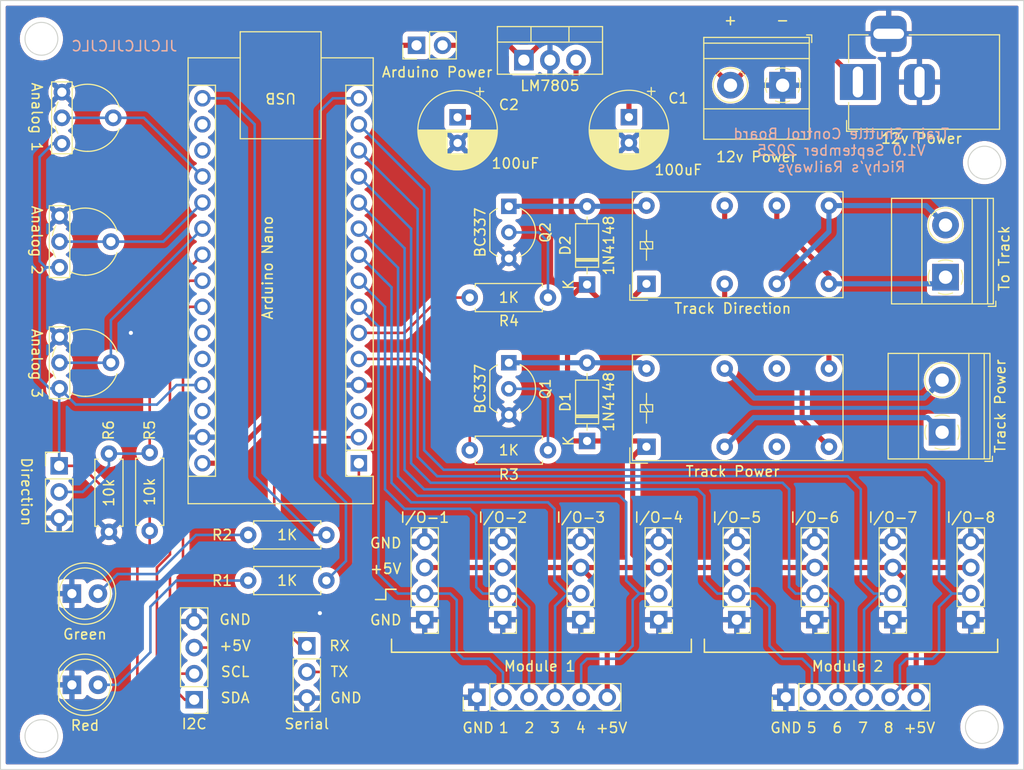
<source format=kicad_pcb>
(kicad_pcb (version 20211014) (generator pcbnew)
  (layers (0 "F.Cu" signal) (31 "B.Cu" signal) (34 "B.Paste" user) (35 "F.Paste" user) (36 "B.SilkS" user "B.Silkscreen") (37 "F.SilkS" user "F.Silkscreen") (38 "B.Mask" user) (39 "F.Mask" user) (44 "Edge.Cuts" user))
  (net 0 "")
  (net 1 "Net-(A1-Pad1)")
  (net 2 "Net-(A1-Pad2)")
  (net 4 "GND")
  (net 5 "Net-(A1-Pad5)")
  (net 6 "Net-(A1-Pad6)")
  (net 7 "Net-(A1-Pad7)")
  (net 8 "Net-(A1-Pad8)")
  (net 9 "Net-(A1-Pad9)")
  (net 10 "Net-(A1-Pad10)")
  (net 11 "Net-(A1-Pad11)")
  (net 12 "Net-(A1-Pad15)")
  (net 13 "Net-(A1-Pad13)")
  (net 14 "Net-(A1-Pad14)")
  (net 15 "Net-(A1-Pad16)")
  (net 16 "Net-(D2-Pad2)")
  (net 19 "Net-(A1-Pad19)")
  (net 20 "Net-(A1-Pad20)")
  (net 21 "Net-(A1-Pad21)")
  (net 22 "Net-(A1-Pad22)")
  (net 23 "Net-(A1-Pad23)")
  (net 24 "Net-(A1-Pad24)")
  (net 27 "Net-(A1-Pad27)")
  (net 29 "Net-(A1-Pad30)")
  (net 30 "Net-(C1-Pad1)")
  (net 31 "VIO")
  (net 32 "Net-(D1-Pad2)")
  (net 33 "Net-(A1-Pad12)")
  (net 34 "Net-(J4-Pad1)")
  (net 35 "Net-(J4-Pad2)")
  (net 36 "Net-(J5-Pad1)")
  (net 37 "Net-(J5-Pad2)")
  (net 39 "Net-(K1-Pad14)")
  (net 41 "Net-(K1-Pad24)")
  (net 42 "Net-(Q1-Pad2)")
  (net 43 "Net-(Q2-Pad2)")
  (net 44 "Net-(LED1-Pad2)")
  (net 45 "Net-(LED2-Pad2)")
  (footprint "Richard:Trimpot_and_Pins" (layer "F.Cu") (at 106.72 90.13)
    (fp_text reference "RV2" hide)
    (fp_text value "Analog 2")
  )
  (footprint "Resistor_THT:R_Axial_DIN0207_L6.3mm_D2.5mm_P7.62mm_Horizontal" (layer "F.Cu") (at 132.715 120.65 180)
    (fp_text reference "R1")
    (fp_text value "1K")
  )
  (footprint "Connector_PinHeader_2.54mm:PinHeader_1x04_P2.54mm_Vertical" (layer "F.Cu") (at 157.498572 124.46 180)
    (fp_text reference "J8" hide)
    (fp_text value "I/O-3")
  )
  (footprint "Connector_PinHeader_2.54mm:PinHeader_1x03_P2.54mm_Vertical" (layer "F.Cu") (at 130.81 127.015)
    (fp_text reference "J3" hide)
    (fp_text value "Serial")
  )
  (footprint "Resistor_THT:R_Axial_DIN0207_L6.3mm_D2.5mm_P7.62mm_Horizontal" (layer "F.Cu") (at 111.53 115.905 90)
    (fp_text reference "R6")
    (fp_text value "10k")
  )
  (footprint "Connector_PinHeader_2.54mm:PinHeader_1x03_P2.54mm_Vertical" (layer "F.Cu") (at 106.68 109.475)
    (fp_text reference "J17" hide)
    (fp_text value "Direction")
  )
  (footprint "Connector_PinHeader_2.54mm:PinHeader_1x04_P2.54mm_Vertical" (layer "F.Cu") (at 172.701428 124.46 180)
    (fp_text reference "J12" hide)
    (fp_text value "I/O-5")
  )
  (footprint "Package_TO_SOT_THT:TO-92_Inline_Wide" (layer "F.Cu") (at 150.495 84.19 -90)
    (fp_text reference "Q2")
    (fp_text value "BC337")
  )
  (footprint "Connector_PinHeader_2.54mm:PinHeader_1x04_P2.54mm_Vertical" (layer "F.Cu") (at 119.835 132.26 180)
    (fp_text reference "J18" hide)
    (fp_text value "I2C")
  )
  (footprint "Connector_PinHeader_2.54mm:PinHeader_1x04_P2.54mm_Vertical" (layer "F.Cu") (at 195.505 124.46 180)
    (fp_text reference "J15" hide)
    (fp_text value "I/O-8")
  )
  (footprint "Diode_THT:D_DO-35_SOD27_P7.62mm_Horizontal" (layer "F.Cu") (at 158.115 91.81 90)
    (fp_text reference "D2")
    (fp_text value "1N4148")
  )
  (footprint "Capacitor_THT:CP_Radial_D7.5mm_P2.50mm" (layer "F.Cu") (at 162.19303 75.5 -90)
    (fp_text reference "C1")
    (fp_text value "100uF")
  )
  (footprint "Resistor_THT:R_Axial_DIN0207_L6.3mm_D2.5mm_P7.62mm_Horizontal" (layer "F.Cu") (at 115.5 108.19 -90)
    (fp_text reference "R5")
    (fp_text value "10k")
  )
  (footprint "Relay_THT:Relay_DPDT_Finder_30.22" (layer "F.Cu") (at 163.9025 91.7375)
    (fp_text reference "K2" hide)
    (fp_text value "Track Direction")
  )
  (footprint "TerminalBlock_Phoenix:TerminalBlock_Phoenix_MKDS-1,5-2-5.08_1x02_P5.08mm_Horizontal" (layer "F.Cu") (at 177.165 72.39 180)
    (fp_text reference "J2" hide)
    (fp_text value "12v Power")
  )
  (footprint "Relay_THT:Relay_DPDT_Finder_30.22" (layer "F.Cu") (at 163.9025 107.6125)
    (fp_text reference "K1" hide)
    (fp_text value "Track Power")
  )
  (footprint "LED_THT:LED_D5.0mm" (layer "F.Cu") (at 107.92 121.92)
    (fp_text reference "LED2" hide)
    (fp_text value "Green")
  )
  (footprint "TerminalBlock_Phoenix:TerminalBlock_Phoenix_MKDS-1,5-2-5.08_1x02_P5.08mm_Horizontal" (layer "F.Cu") (at 192.71 106.2 90)
    (fp_text reference "J4" hide)
    (fp_text value "Track Power")
  )
  (footprint "Resistor_THT:R_Axial_DIN0207_L6.3mm_D2.5mm_P7.62mm_Horizontal" (layer "F.Cu") (at 154.305 93.08 180)
    (fp_text reference "R4")
    (fp_text value "1K")
  )
  (footprint "Resistor_THT:R_Axial_DIN0207_L6.3mm_D2.5mm_P7.62mm_Horizontal" (layer "F.Cu") (at 132.715 116.205 180)
    (fp_text reference "R2")
    (fp_text value "1K")
  )
  (footprint "Diode_THT:D_DO-35_SOD27_P7.62mm_Horizontal" (layer "F.Cu") (at 158.115 107.05 90)
    (fp_text reference "D1")
    (fp_text value "1N4148")
  )
  (footprint "Module:Arduino_Nano" (layer "F.Cu") (at 135.88 109.22 180)
    (fp_text reference locked "A1" hide)
    (fp_text value "Arduino Nano")
  )
  (footprint "Connector_PinHeader_2.54mm:PinHeader_1x06_P2.54mm_Vertical" (layer "F.Cu") (at 177.4825 132.02 90)
    (fp_text reference "J16" hide)
    (fp_text value "Module 2")
  )
  (footprint "Resistor_THT:R_Axial_DIN0207_L6.3mm_D2.5mm_P7.62mm_Horizontal" (layer "F.Cu") (at 154.305 107.95 180)
    (fp_text reference "R3")
    (fp_text value "1K")
  )
  (footprint "Capacitor_THT:CP_Radial_D7.5mm_P2.50mm" (layer "F.Cu") (at 145.5 75.515818 -90)
    (fp_text reference "C2")
    (fp_text value "100uF")
  )
  (footprint "Connector_PinHeader_2.54mm:PinHeader_1x02_P2.54mm_Vertical" (layer "F.Cu") (at 141.5 68.5 90)
    (fp_text reference "J19" hide)
    (fp_text value "Arduino Power")
  )
  (footprint "Package_TO_SOT_THT:TO-220-3_Vertical" (layer "F.Cu") (at 151.96 69.945)
    (fp_text reference "U1" hide)
    (fp_text value "LM7805")
  )
  (footprint "Connector_PinHeader_2.54mm:PinHeader_1x06_P2.54mm_Vertical" (layer "F.Cu") (at 147.38 132.02 90)
    (fp_text reference "J10" hide)
    (fp_text value "Module 1")
  )
  (footprint "Connector_PinHeader_2.54mm:PinHeader_1x04_P2.54mm_Vertical" (layer "F.Cu") (at 149.897144 124.46 180)
    (fp_text reference "J7" hide)
    (fp_text value "I/O-2")
  )
  (footprint "TerminalBlock_Phoenix:TerminalBlock_Phoenix_MKDS-1,5-2-5.08_1x02_P5.08mm_Horizontal" (layer "F.Cu") (at 193.04 91.094006 90)
    (fp_text reference "J5" hide)
    (fp_text value "To Track")
  )
  (footprint "Connector_PinHeader_2.54mm:PinHeader_1x04_P2.54mm_Vertical" (layer "F.Cu") (at 142.295716 124.46 180)
    (fp_text reference "J6" hide)
    (fp_text value "I/O-1")
  )
  (footprint "Richard:Trimpot_and_Pins" (layer "F.Cu") (at 106.945 78.065)
    (fp_text reference "RV1" hide)
    (fp_text value "Analog 1")
  )
  (footprint "Package_TO_SOT_THT:TO-92_Inline_Wide" (layer "F.Cu") (at 150.495 99.43 -90)
    (fp_text reference "Q1")
    (fp_text value "BC337")
  )
  (footprint "Connector_BarrelJack:BarrelJack_Horizontal" (layer "F.Cu") (at 184.5 72.0775 180)
    (fp_text reference "J1" hide)
    (fp_text value "12v Power")
  )
  (footprint "LED_THT:LED_D5.0mm" (layer "F.Cu") (at 107.925 130.81)
    (fp_text reference "LED1" hide)
    (fp_text value "Red")
  )
  (footprint "Connector_PinHeader_2.54mm:PinHeader_1x04_P2.54mm_Vertical" (layer "F.Cu") (at 180.302856 124.46 180)
    (fp_text reference "J13" hide)
    (fp_text value "I/O-6")
  )
  (footprint "Connector_PinHeader_2.54mm:PinHeader_1x04_P2.54mm_Vertical" (layer "F.Cu") (at 187.904284 124.46 180)
    (fp_text reference "J14" hide)
    (fp_text value "I/O-7")
  )
  (footprint "Richard:Trimpot_and_Pins" (layer "F.Cu") (at 106.72 101.93)
    (fp_text reference "RV3" hide)
    (fp_text value "Analog 3")
  )
  (footprint "Connector_PinHeader_2.54mm:PinHeader_1x04_P2.54mm_Vertical" (layer "F.Cu") (at 165.1 124.46 180)
    (fp_text reference "J9" hide)
    (fp_text value "I/O-4")
  )
  (gr_line (start 139.065 126.365) (end 139.065 127.635) (layer "F.SilkS") (width 0.15))
  (gr_line (start 169.545 127.635) (end 198.12 127.635) (layer "F.SilkS") (width 0.15))
  (gr_line (start 137.5 122.5) (end 138.5 122.5) (layer "F.SilkS") (width 0.15))
  (gr_line (start 168.275 127.635) (end 168.275 126.365) (layer "F.SilkS") (width 0.15))
  (gr_line (start 138.5 122.5) (end 138.5 121.5) (layer "F.SilkS") (width 0.15))
  (gr_line (start 169.545 126.365) (end 169.545 127.635) (layer "F.SilkS") (width 0.15))
  (gr_line (start 198.12 127.635) (end 198.12 126.365) (layer "F.SilkS") (width 0.15))
  (gr_line (start 138.5 121.5) (end 139.5 121.5) (layer "F.SilkS") (width 0.15))
  (gr_line (start 139.065 127.635) (end 168.275 127.635) (layer "F.SilkS") (width 0.15))
  (gr_circle (center 196.835 79.93) (end 198.435 79.93) (layer "Edge.Cuts") (width 0.1) (fill none))
  (gr_circle (center 104.95 135.81) (end 106.55 135.81) (layer "Edge.Cuts") (width 0.1) (fill none))
  (gr_circle (center 196.58 134.92) (end 198.18 134.92) (layer "Edge.Cuts") (width 0.1) (fill none))
  (gr_circle (center 104.95 67.865) (end 106.55 67.865) (layer "Edge.Cuts") (width 0.1) (fill none))
  (gr_rect (start 100.965 64.135) (end 200.66 139.065) (layer "Edge.Cuts") (width 0.1) (fill none))
  (gr_text "JLCJLCJLCJLC" (at 113.03 68.58) (layer "B.SilkS") (effects (font (size 1 1)) (justify mirror)))
  (gr_text "Train Shuttle Control Board\nV1.0 September 2025\nRichy's Railways" (at 182.88 78.74) (layer "B.SilkS") (effects (font (size 1 1)) (justify mirror)))
  (gr_text "SCL" (at 123.825 129.54) (layer "F.SilkS") (effects (font (size 1 1))))
  (gr_text "4" (at 157.5 135) (layer "F.SilkS") (effects (font (size 1 1))))
  (gr_text "+5V" (at 160.5 135) (layer "F.SilkS") (effects (font (size 1 1))))
  (gr_text "+" (at 172.085 66.04) (layer "F.SilkS") (effects (font (size 1 1))))
  (gr_text "-" (at 177.165 66.04) (layer "F.SilkS") (effects (font (size 1 1))))
  (gr_text "GND" (at 123.825 124.46) (layer "F.SilkS") (effects (font (size 1 1))))
  (gr_text "+5V" (at 138.5 119.5) (layer "F.SilkS") (effects (font (size 1 1))))
  (gr_text "GND" (at 138.5 117) (layer "F.SilkS") (effects (font (size 1 1))))
  (gr_text "8" (at 187.5 135) (layer "F.SilkS") (effects (font (size 1 1))))
  (gr_text "GND" (at 138.5 124.5) (layer "F.SilkS") (effects (font (size 1 1))))
  (gr_text "+5V" (at 190.5 135) (layer "F.SilkS") (effects (font (size 1 1))))
  (gr_text "6" (at 182.5 135) (layer "F.SilkS") (effects (font (size 1 1))))
  (gr_text "SDA" (at 123.825 132.08) (layer "F.SilkS") (effects (font (size 1 1))))
  (gr_text "RX" (at 133.985 127.015) (layer "F.SilkS") (effects (font (size 1 1))))
  (gr_text "+5V" (at 123.825 127) (layer "F.SilkS") (effects (font (size 1 1))))
  (gr_text "3" (at 155 135) (layer "F.SilkS") (effects (font (size 1 1))))
  (gr_text "2" (at 152.5 135) (layer "F.SilkS") (effects (font (size 1 1))))
  (gr_text "5" (at 180 135) (layer "F.SilkS") (effects (font (size 1 1))))
  (gr_text "1" (at 150 135) (layer "F.SilkS") (effects (font (size 1 1))))
  (gr_text "GND" (at 134.62 132.08) (layer "F.SilkS") (effects (font (size 1 1))))
  (gr_text "7" (at 185 135) (layer "F.SilkS") (effects (font (size 1 1))))
  (gr_text "GND" (at 177.5 135) (layer "F.SilkS") (effects (font (size 1 1))))
  (gr_text "TX" (at 133.985 129.54) (layer "F.SilkS") (effects (font (size 1 1))))
  (gr_text "GND" (at 147.5 135) (layer "F.SilkS") (effects (font (size 1 1))))
  (segment (start 135.88 127.01) (end 135.88 109.22) (width 0.25) (layer "F.Cu") (net 1))
  (segment (start 130.81 129.555) (end 133.335 129.555) (width 0.25) (layer "F.Cu") (net 1))
  (segment (start 133.335 129.555) (end 135.88 127.01) (width 0.25) (layer "F.Cu") (net 1))
  (segment (start 130.81 127.015) (end 130.19 127.015) (width 0.25) (layer "F.Cu") (net 2))
  (segment (start 130.19 127.015) (end 127.635 124.46) (width 0.25) (layer "F.Cu") (net 2))
  (segment (start 127.635 124.46) (end 127.635 109.22) (width 0.25) (layer "F.Cu") (net 2))
  (segment (start 127.635 109.22) (end 130.175 106.68) (width 0.25) (layer "F.Cu") (net 2))
  (segment (start 130.175 106.68) (end 135.88 106.68) (width 0.25) (layer "F.Cu") (net 2))
  (via (at 132.08 123.825) (size 0.8) (drill 0.4) (layers "F.Cu" "B.Cu") (net 4))
  (via (at 113.665 96.52) (size 0.8) (drill 0.4) (layers "F.Cu" "B.Cu") (net 4))
  (segment (start 146.685 104.14) (end 141.605 99.06) (width 0.25) (layer "F.Cu") (net 5))
  (segment (start 141.605 99.06) (end 135.88 99.06) (width 0.25) (layer "F.Cu") (net 5))
  (segment (start 146.685 107.95) (end 146.685 104.14) (width 0.25) (layer "F.Cu") (net 5))
  (segment (start 140.335 96.52) (end 135.88 96.52) (width 0.25) (layer "F.Cu") (net 6))
  (segment (start 143.775 93.08) (end 140.335 96.52) (width 0.25) (layer "F.Cu") (net 6))
  (segment (start 146.685 93.08) (end 143.775 93.08) (width 0.25) (layer "F.Cu") (net 6))
  (segment (start 139.7 121.92) (end 142.295716 121.92) (width 0.25) (layer "B.Cu") (net 7))
  (segment (start 144.78 121.92) (end 142.295716 121.92) (width 0.25) (layer "B.Cu") (net 7))
  (segment (start 137.795 120.015) (end 139.7 121.92) (width 0.25) (layer "B.Cu") (net 7))
  (segment (start 146.05 128.27) (end 145.415 127.635) (width 0.25) (layer "B.Cu") (net 7))
  (segment (start 135.88 93.98) (end 137.785 95.885) (width 0.25) (layer "B.Cu") (net 7))
  (segment (start 149.92 132.02) (end 149.92 129.6) (width 0.25) (layer "B.Cu") (net 7))
  (segment (start 137.785 95.885) (end 137.795 95.885) (width 0.25) (layer "B.Cu") (net 7))
  (segment (start 148.59 128.27) (end 146.05 128.27) (width 0.25) (layer "B.Cu") (net 7))
  (segment (start 145.415 127.635) (end 145.415 122.555) (width 0.25) (layer "B.Cu") (net 7))
  (segment (start 137.795 95.885) (end 137.795 120.015) (width 0.25) (layer "B.Cu") (net 7))
  (segment (start 145.415 122.555) (end 144.78 121.92) (width 0.25) (layer "B.Cu") (net 7))
  (segment (start 149.92 129.6) (end 148.59 128.27) (width 0.25) (layer "B.Cu") (net 7))
  (segment (start 138.42 93.98) (end 138.43 93.98) (width 0.25) (layer "B.Cu") (net 8))
  (segment (start 151.13 121.92) (end 149.897144 121.92) (width 0.25) (layer "B.Cu") (net 8))
  (segment (start 152.46 123.25) (end 151.13 121.92) (width 0.25) (layer "B.Cu") (net 8))
  (segment (start 138.43 111.76) (end 140.335 113.665) (width 0.25) (layer "B.Cu") (net 8))
  (segment (start 138.43 93.98) (end 138.43 111.76) (width 0.25) (layer "B.Cu") (net 8))
  (segment (start 135.88 91.44) (end 138.42 93.98) (width 0.25) (layer "B.Cu") (net 8))
  (segment (start 147.955 121.92) (end 149.897144 121.92) (width 0.25) (layer "B.Cu") (net 8))
  (segment (start 146.685 113.665) (end 147.32 114.3) (width 0.25) (layer "B.Cu") (net 8))
  (segment (start 140.335 113.665) (end 146.685 113.665) (width 0.25) (layer "B.Cu") (net 8))
  (segment (start 147.32 121.285) (end 147.955 121.92) (width 0.25) (layer "B.Cu") (net 8))
  (segment (start 152.46 132.02) (end 152.46 123.25) (width 0.25) (layer "B.Cu") (net 8))
  (segment (start 147.32 114.3) (end 147.32 121.285) (width 0.25) (layer "B.Cu") (net 8))
  (segment (start 155 123.13) (end 156.21 121.92) (width 0.25) (layer "B.Cu") (net 9))
  (segment (start 140.97 113.03) (end 154.305 113.03) (width 0.25) (layer "B.Cu") (net 9))
  (segment (start 135.88 88.9) (end 138.42 91.44) (width 0.25) (layer "B.Cu") (net 9))
  (segment (start 139.065 92.075) (end 139.065 111.125) (width 0.25) (layer "B.Cu") (net 9))
  (segment (start 138.42 91.44) (end 138.43 91.44) (width 0.25) (layer "B.Cu") (net 9))
  (segment (start 155 132.02) (end 155 123.13) (width 0.25) (layer "B.Cu") (net 9))
  (segment (start 138.43 91.44) (end 139.065 92.075) (width 0.25) (layer "B.Cu") (net 9))
  (segment (start 154.94 113.665) (end 154.94 120.65) (width 0.25) (layer "B.Cu") (net 9))
  (segment (start 154.305 113.03) (end 154.94 113.665) (width 0.25) (layer "B.Cu") (net 9))
  (segment (start 154.94 120.65) (end 156.21 121.92) (width 0.25) (layer "B.Cu") (net 9))
  (segment (start 139.065 111.125) (end 140.97 113.03) (width 0.25) (layer "B.Cu") (net 9))
  (segment (start 156.21 121.92) (end 157.498572 121.92) (width 0.25) (layer "B.Cu") (net 9))
  (segment (start 157.54 128.845) (end 158.115 128.27) (width 0.25) (layer "B.Cu") (net 10))
  (segment (start 161.29 112.395) (end 161.925 113.03) (width 0.25) (layer "B.Cu") (net 10))
  (segment (start 158.115 128.27) (end 161.29 128.27) (width 0.25) (layer "B.Cu") (net 10))
  (segment (start 157.54 132.02) (end 157.54 128.845) (width 0.25) (layer "B.Cu") (net 10))
  (segment (start 161.925 120.65) (end 163.195 121.92) (width 0.25) (layer "B.Cu") (net 10))
  (segment (start 163.195 121.92) (end 165.1 121.92) (width 0.25) (layer "B.Cu") (net 10))
  (segment (start 162.56 127) (end 162.56 122.555) (width 0.25) (layer "B.Cu") (net 10))
  (segment (start 141.605 112.395) (end 161.29 112.395) (width 0.25) (layer "B.Cu") (net 10))
  (segment (start 135.88 86.36) (end 139.7 90.18) (width 0.25) (layer "B.Cu") (net 10))
  (segment (start 161.925 113.03) (end 161.925 120.65) (width 0.25) (layer "B.Cu") (net 10))
  (segment (start 139.7 90.18) (end 139.7 110.49) (width 0.25) (layer "B.Cu") (net 10))
  (segment (start 162.56 122.555) (end 163.195 121.92) (width 0.25) (layer "B.Cu") (net 10))
  (segment (start 161.29 128.27) (end 162.56 127) (width 0.25) (layer "B.Cu") (net 10))
  (segment (start 139.7 110.49) (end 141.605 112.395) (width 0.25) (layer "B.Cu") (net 10))
  (segment (start 169.545 120.65) (end 170.815 121.92) (width 0.25) (layer "B.Cu") (net 11))
  (segment (start 168.91 111.76) (end 169.545 112.395) (width 0.25) (layer "B.Cu") (net 11))
  (segment (start 170.815 121.92) (end 172.701428 121.92) (width 0.25) (layer "B.Cu") (net 11))
  (segment (start 140.335 88.265) (end 140.335 109.855) (width 0.25) (layer "B.Cu") (net 11))
  (segment (start 180.0225 129.2225) (end 179.07 128.27) (width 0.25) (layer "B.Cu") (net 11))
  (segment (start 180.0225 132.02) (end 180.0225 129.2225) (width 0.25) (layer "B.Cu") (net 11))
  (segment (start 135.88 83.82) (end 140.325 88.265) (width 0.25) (layer "B.Cu") (net 11))
  (segment (start 142.24 111.76) (end 168.91 111.76) (width 0.25) (layer "B.Cu") (net 11))
  (segment (start 179.07 128.27) (end 177.165 128.27) (width 0.25) (layer "B.Cu") (net 11))
  (segment (start 175.895 127) (end 175.895 123.19) (width 0.25) (layer "B.Cu") (net 11))
  (segment (start 177.165 128.27) (end 175.895 127) (width 0.25) (layer "B.Cu") (net 11))
  (segment (start 175.895 123.19) (end 174.625 121.92) (width 0.25) (layer "B.Cu") (net 11))
  (segment (start 140.335 109.855) (end 142.24 111.76) (width 0.25) (layer "B.Cu") (net 11))
  (segment (start 140.325 88.265) (end 140.335 88.265) (width 0.25) (layer "B.Cu") (net 11))
  (segment (start 169.545 112.395) (end 169.545 120.65) (width 0.25) (layer "B.Cu") (net 11))
  (segment (start 174.625 121.92) (end 172.701428 121.92) (width 0.25) (layer "B.Cu") (net 11))
  (segment (start 132.08 74.93) (end 133.35 73.66) (width 0.25) (layer "B.Cu") (net 12))
  (segment (start 133.35 73.66) (end 135.88 73.66) (width 0.25) (layer "B.Cu") (net 12))
  (segment (start 134.62 113.03) (end 132.08 110.49) (width 0.25) (layer "B.Cu") (net 12))
  (segment (start 132.715 120.65) (end 134.62 118.745) (width 0.25) (layer "B.Cu") (net 12))
  (segment (start 132.08 110.49) (end 132.08 74.93) (width 0.25) (layer "B.Cu") (net 12))
  (segment (start 134.62 118.745) (end 134.62 113.03) (width 0.25) (layer "B.Cu") (net 12))
  (segment (start 143.51 110.49) (end 183.515 110.49) (width 0.25) (layer "B.Cu") (net 13))
  (segment (start 186.69 121.92) (end 187.904284 121.92) (width 0.25) (layer "B.Cu") (net 13))
  (segment (start 139.7 82.55) (end 141.605 84.455) (width 0.25) (layer "B.Cu") (net 13))
  (segment (start 184.785 120.65) (end 186.055 121.92) (width 0.25) (layer "B.Cu") (net 13))
  (segment (start 184.785 111.76) (end 184.785 120.65) (width 0.25) (layer "B.Cu") (net 13))
  (segment (start 185.1025 132.02) (end 185.1025 123.5075) (width 0.25) (layer "B.Cu") (net 13))
  (segment (start 141.605 84.455) (end 141.605 108.585) (width 0.25) (layer "B.Cu") (net 13))
  (segment (start 186.055 121.92) (end 186.69 121.92) (width 0.25) (layer "B.Cu") (net 13))
  (segment (start 139.69 82.55) (end 139.7 82.55) (width 0.25) (layer "B.Cu") (net 13))
  (segment (start 183.515 110.49) (end 184.785 111.76) (width 0.25) (layer "B.Cu") (net 13))
  (segment (start 185.1025 123.5075) (end 186.69 121.92) (width 0.25) (layer "B.Cu") (net 13))
  (segment (start 135.88 78.74) (end 139.69 82.55) (width 0.25) (layer "B.Cu") (net 13))
  (segment (start 141.605 108.585) (end 143.51 110.49) (width 0.25) (layer "B.Cu") (net 13))
  (segment (start 188.595 128.905) (end 189.23 128.27) (width 0.25) (layer "B.Cu") (net 14))
  (segment (start 191.77 128.27) (end 192.405 127.635) (width 0.25) (layer "B.Cu") (net 14))
  (segment (start 142.24 107.95) (end 144.145 109.855) (width 0.25) (layer "B.Cu") (net 14))
  (segment (start 192.405 127.635) (end 192.405 123.19) (width 0.25) (layer "B.Cu") (net 14))
  (segment (start 189.23 128.27) (end 191.77 128.27) (width 0.25) (layer "B.Cu") (net 14))
  (segment (start 192.405 120.65) (end 193.675 121.92) (width 0.25) (layer "B.Cu") (net 14))
  (segment (start 144.145 109.855) (end 191.135 109.855) (width 0.25) (layer "B.Cu") (net 14))
  (segment (start 142.23 82.55) (end 142.24 82.55) (width 0.25) (layer "B.Cu") (net 14))
  (segment (start 192.405 111.125) (end 192.405 120.65) (width 0.25) (layer "B.Cu") (net 14))
  (segment (start 187.6425 132.02) (end 188.595 131.0675) (width 0.25) (layer "B.Cu") (net 14))
  (segment (start 188.595 131.0675) (end 188.595 128.905) (width 0.25) (layer "B.Cu") (net 14))
  (segment (start 142.24 82.55) (end 142.24 107.95) (width 0.25) (layer "B.Cu") (net 14))
  (segment (start 135.88 76.2) (end 142.23 82.55) (width 0.25) (layer "B.Cu") (net 14))
  (segment (start 191.135 109.855) (end 192.405 111.125) (width 0.25) (layer "B.Cu") (net 14))
  (segment (start 195.505 121.92) (end 193.675 121.92) (width 0.25) (layer "B.Cu") (net 14))
  (segment (start 192.405 123.19) (end 193.675 121.92) (width 0.25) (layer "B.Cu") (net 14))
  (segment (start 132.715 116.205) (end 131.445 116.205) (width 0.25) (layer "B.Cu") (net 15))
  (segment (start 131.445 116.205) (end 125.73 110.49) (width 0.25) (layer "B.Cu") (net 15))
  (segment (start 125.73 110.49) (end 125.73 76.2) (width 0.25) (layer "B.Cu") (net 15))
  (segment (start 125.73 76.2) (end 123.19 73.66) (width 0.25) (layer "B.Cu") (net 15))
  (segment (start 123.19 73.66) (end 120.64 73.66) (width 0.25) (layer "B.Cu") (net 15))
  (segment (start 163.83 84.19) (end 163.9025 84.1175) (width 0.5) (layer "B.Cu") (net 16))
  (segment (start 158.115 84.19) (end 163.83 84.19) (width 0.5) (layer "B.Cu") (net 16))
  (segment (start 150.495 84.19) (end 158.115 84.19) (width 0.5) (layer "B.Cu") (net 16))
  (segment (start 106.945 75.565) (end 111.945 75.565) (width 0.25) (layer "B.Cu") (net 19))
  (segment (start 114.925 75.565) (end 120.64 81.28) (width 0.25) (layer "B.Cu") (net 19))
  (segment (start 111.945 75.565) (end 114.925 75.565) (width 0.25) (layer "B.Cu") (net 19))
  (segment (start 116.83 87.63) (end 120.64 83.82) (width 0.25) (layer "B.Cu") (net 20))
  (segment (start 111.72 87.63) (end 116.83 87.63) (width 0.25) (layer "B.Cu") (net 20))
  (segment (start 106.72 87.63) (end 111.72 87.63) (width 0.25) (layer "B.Cu") (net 20))
  (segment (start 111.72 99.43) (end 111.72 95.28) (width 0.25) (layer "B.Cu") (net 21))
  (segment (start 106.72 99.43) (end 111.72 99.43) (width 0.25) (layer "B.Cu") (net 21))
  (segment (start 111.72 95.28) (end 120.64 86.36) (width 0.25) (layer "B.Cu") (net 21))
  (segment (start 115.5 94.04) (end 115.5 108.19) (width 0.25) (layer "F.Cu") (net 22))
  (segment (start 120.64 88.9) (end 115.5 94.04) (width 0.25) (layer "F.Cu") (net 22))
  (segment (start 115.405 108.285) (end 115.5 108.19) (width 0.25) (layer "B.Cu") (net 22))
  (segment (start 108.965 112.015) (end 111.53 109.45) (width 0.25) (layer "B.Cu") (net 22))
  (segment (start 111.53 109.45) (end 111.53 108.285) (width 0.25) (layer "B.Cu") (net 22))
  (segment (start 106.68 112.015) (end 108.965 112.015) (width 0.25) (layer "B.Cu") (net 22))
  (segment (start 111.53 108.285) (end 115.405 108.285) (width 0.25) (layer "B.Cu") (net 22))
  (segment (start 119.38 91.44) (end 120.64 91.44) (width 0.25) (layer "F.Cu") (net 23))
  (segment (start 119.835 132.26) (end 118.925 132.26) (width 0.25) (layer "F.Cu") (net 23))
  (segment (start 116.205 119.38) (end 117.475 118.11) (width 0.25) (layer "F.Cu") (net 23))
  (segment (start 118.925 132.26) (end 116.205 129.54) (width 0.25) (layer "F.Cu") (net 23))
  (segment (start 117.475 118.11) (end 117.475 93.345) (width 0.25) (layer "F.Cu") (net 23))
  (segment (start 116.205 129.54) (end 116.205 119.38) (width 0.25) (layer "F.Cu") (net 23))
  (segment (start 117.475 93.345) (end 119.38 91.44) (width 0.25) (layer "F.Cu") (net 23))
  (segment (start 118.745 94.615) (end 118.745 118.745) (width 0.25) (layer "F.Cu") (net 24))
  (segment (start 117.475 128.905) (end 118.29 129.72) (width 0.25) (layer "F.Cu") (net 24))
  (segment (start 117.475 120.015) (end 117.475 128.905) (width 0.25) (layer "F.Cu") (net 24))
  (segment (start 119.38 93.98) (end 118.745 94.615) (width 0.25) (layer "F.Cu") (net 24))
  (segment (start 120.64 93.98) (end 119.38 93.98) (width 0.25) (layer "F.Cu") (net 24))
  (segment (start 118.29 129.72) (end 119.835 129.72) (width 0.25) (layer "F.Cu") (net 24))
  (segment (start 118.745 118.745) (end 117.475 120.015) (width 0.25) (layer "F.Cu") (net 24))
  (segment (start 111.76 112.395) (end 114.3 112.395) (width 0.25) (layer "F.Cu") (net 27))
  (segment (start 115.5 118.18) (end 114.3 119.38) (width 0.25) (layer "F.Cu") (net 27))
  (segment (start 123.19 128.905) (end 121.465 127.18) (width 0.25) (layer "F.Cu") (net 27))
  (segment (start 121.465 127.18) (end 119.835 127.18) (width 0.25) (layer "F.Cu") (net 27))
  (segment (start 114.3 132.715) (end 116.84 135.255) (width 0.25) (layer "F.Cu") (net 27))
  (segment (start 106.68 109.475) (end 108.84 109.475) (width 0.25) (layer "F.Cu") (net 27))
  (segment (start 116.84 135.255) (end 122.555 135.255) (width 0.25) (layer "F.Cu") (net 27))
  (segment (start 122.555 135.255) (end 123.19 134.62) (width 0.25) (layer "F.Cu") (net 27))
  (segment (start 123.19 134.62) (end 123.19 128.905) (width 0.25) (layer "F.Cu") (net 27))
  (segment (start 114.3 119.38) (end 114.3 132.715) (width 0.25) (layer "F.Cu") (net 27))
  (segment (start 114.3 112.395) (end 115.5 113.595) (width 0.25) (layer "F.Cu") (net 27))
  (segment (start 108.84 109.475) (end 111.76 112.395) (width 0.25) (layer "F.Cu") (net 27))
  (segment (start 115.5 113.595) (end 115.5 115.81) (width 0.25) (layer "F.Cu") (net 27))
  (segment (start 115.5 115.81) (end 115.5 118.18) (width 0.25) (layer "F.Cu") (net 27))
  (segment (start 106.72 101.93) (end 105.74 101.93) (width 0.25) (layer "B.Cu") (net 27))
  (segment (start 106.72 101.93) (end 108.295 103.505) (width 0.25) (layer "B.Cu") (net 27))
  (segment (start 104.775 100.965) (end 104.775 90.805) (width 0.25) (layer "B.Cu") (net 27))
  (segment (start 108.295 103.505) (end 116.205 103.505) (width 0.25) (layer "B.Cu") (net 27))
  (segment (start 118.11 101.6) (end 120.64 101.6) (width 0.25) (layer "B.Cu") (net 27))
  (segment (start 116.205 103.505) (end 118.11 101.6) (width 0.25) (layer "B.Cu") (net 27))
  (segment (start 104.775 79.375) (end 104.775 89.535) (width 0.25) (layer "B.Cu") (net 27))
  (segment (start 104.775 90.805) (end 105.45 90.13) (width 0.25) (layer "B.Cu") (net 27))
  (segment (start 106.68 101.97) (end 106.72 101.93) (width 0.25) (layer "B.Cu") (net 27))
  (segment (start 106.085 78.065) (end 104.775 79.375) (width 0.25) (layer "B.Cu") (net 27))
  (segment (start 105.45 90.13) (end 106.72 90.13) (width 0.25) (layer "B.Cu") (net 27))
  (segment (start 106.68 109.475) (end 106.68 101.97) (width 0.25) (layer "B.Cu") (net 27))
  (segment (start 105.74 101.93) (end 104.775 100.965) (width 0.25) (layer "B.Cu") (net 27))
  (segment (start 104.775 89.535) (end 105.37 90.13) (width 0.25) (layer "B.Cu") (net 27))
  (segment (start 106.945 78.065) (end 106.085 78.065) (width 0.25) (layer "B.Cu") (net 27))
  (segment (start 105.37 90.13) (end 106.72 90.13) (width 0.25) (layer "B.Cu") (net 27))
  (segment (start 129 103) (end 129 71.5) (width 0.5) (layer "F.Cu") (net 29))
  (segment (start 129 71.5) (end 132 68.5) (width 0.5) (layer "F.Cu") (net 29))
  (segment (start 132 68.5) (end 141.5 68.5) (width 0.5) (layer "F.Cu") (net 29))
  (segment locked (start 120.64 109.22) (end 122.78 109.22) (width 0.5) (layer "F.Cu") (net 29))
  (segment (start 122.78 109.22) (end 129 103) (width 0.5) (layer "F.Cu") (net 29))
  (segment (start 172.085 72.39) (end 174.975 69.5) (width 0.5) (layer "F.Cu") (net 30))
  (segment (start 144.04 68.5) (end 150.515 68.5) (width 0.5) (layer "F.Cu") (net 30))
  (segment (start 162.19303 75.5) (end 162.19303 70.30697) (width 0.5) (layer "F.Cu") (net 30))
  (segment (start 181.9225 69.5) (end 184.5 72.0775) (width 0.5) (layer "F.Cu") (net 30))
  (segment (start 174.975 69.5) (end 181.9225 69.5) (width 0.5) (layer "F.Cu") (net 30))
  (segment (start 167.695 68) (end 172.085 72.39) (width 0.5) (layer "F.Cu") (net 30))
  (segment (start 151.96 69.945) (end 153.905 68) (width 0.5) (layer "F.Cu") (net 30))
  (segment (start 162.19303 70.30697) (end 164.5 68) (width 0.5) (layer "F.Cu") (net 30))
  (segment (start 164.5 68) (end 167.695 68) (width 0.5) (layer "F.Cu") (net 30))
  (segment (start 153.905 68) (end 164.5 68) (width 0.5) (layer "F.Cu") (net 30))
  (segment (start 150.515 68.5) (end 151.96 69.945) (width 0.5) (layer "F.Cu") (net 30))
  (segment (start 187.904284 119.38) (end 190.1825 121.658216) (width 0.5) (layer "F.Cu") (net 31))
  (segment (start 162.56 108.585) (end 163.5325 107.6125) (width 0.5) (layer "F.Cu") (net 31))
  (segment (start 155.575 77.106636) (end 153.984182 75.515818) (width 0.5) (layer "F.Cu") (net 31))
  (segment (start 156.21 106.68) (end 156.21 93.345) (width 0.5) (layer "F.Cu") (net 31))
  (segment (start 163.5325 107.6125) (end 163.9025 107.6125) (width 0.5) (layer "F.Cu") (net 31))
  (segment (start 162.295 93.345) (end 163.9025 91.7375) (width 0.5) (layer "F.Cu") (net 31))
  (segment (start 157.745 91.81) (end 158.115 91.81) (width 0.5) (layer "F.Cu") (net 31))
  (segment (start 158.115 91.81) (end 156.58 91.81) (width 0.5) (layer "F.Cu") (net 31))
  (segment (start 172.701428 119.38) (end 180.302856 119.38) (width 0.5) (layer "F.Cu") (net 31))
  (segment (start 165.1 119.38) (end 163.83 119.38) (width 0.5) (layer "F.Cu") (net 31))
  (segment (start 159.385 93.345) (end 162.295 93.345) (width 0.5) (layer "F.Cu") (net 31))
  (segment (start 162.56 118.11) (end 162.56 108.585) (width 0.5) (layer "F.Cu") (net 31))
  (segment (start 187.904284 119.38) (end 180.302856 119.38) (width 0.5) (layer "F.Cu") (net 31))
  (segment (start 157.04 72.46) (end 157.04 69.945) (width 0.5) (layer "F.Cu") (net 31))
  (segment (start 165.1 119.38) (end 172.701428 119.38) (width 0.5) (layer "F.Cu") (net 31))
  (segment (start 156.21 93.345) (end 157.745 91.81) (width 0.5) (layer "F.Cu") (net 31))
  (segment (start 157.498572 119.38) (end 160.08 121.961428) (width 0.5) (layer "F.Cu") (net 31))
  (segment (start 160.08 121.961428) (end 160.08 132.02) (width 0.5) (layer "F.Cu") (net 31))
  (segment (start 157.498572 119.38) (end 165.1 119.38) (width 0.5) (layer "F.Cu") (net 31))
  (segment (start 149.897144 119.38) (end 157.498572 119.38) (width 0.5) (layer "F.Cu") (net 31))
  (segment (start 153.984182 75.515818) (end 157.04 72.46) (width 0.5) (layer "F.Cu") (net 31))
  (segment (start 156.58 107.05) (end 156.21 106.68) (width 0.5) (layer "F.Cu") (net 31))
  (segment (start 158.115 107.05) (end 163.34 107.05) (width 0.5) (layer "F.Cu") (net 31))
  (segment (start 158.115 92.075) (end 159.385 93.345) (width 0.5) (layer "F.Cu") (net 31))
  (segment (start 163.83 119.38) (end 162.56 118.11) (width 0.5) (layer "F.Cu") (net 31))
  (segment (start 145.5 75.515818) (end 153.984182 75.515818) (width 0.5) (layer "F.Cu") (net 31))
  (segment (start 158.115 107.05) (end 156.58 107.05) (width 0.5) (layer "F.Cu") (net 31))
  (segment (start 163.34 107.05) (end 163.9025 107.6125) (width 0.5) (layer "F.Cu") (net 31))
  (segment (start 158.115 91.81) (end 158.115 92.075) (width 0.5) (layer "F.Cu") (net 31))
  (segment (start 190.1825 121.658216) (end 190.1825 132.02) (width 0.5) (layer "F.Cu") (net 31))
  (segment (start 142.295716 119.38) (end 149.897144 119.38) (width 0.5) (layer "F.Cu") (net 31))
  (segment (start 155.575 90.805) (end 155.575 77.106636) (width 0.5) (layer "F.Cu") (net 31))
  (segment (start 187.904284 119.38) (end 195.505716 119.38) (width 0.5) (layer "F.Cu") (net 31))
  (segment (start 156.58 91.81) (end 155.575 90.805) (width 0.5) (layer "F.Cu") (net 31))
  (segment (start 158.115 99.43) (end 163.34 99.43) (width 0.5) (layer "B.Cu") (net 32))
  (segment (start 150.495 99.43) (end 158.115 99.43) (width 0.5) (layer "B.Cu") (net 32))
  (segment (start 163.34 99.43) (end 163.9025 99.9925) (width 0.5) (layer "B.Cu") (net 32))
  (segment (start 182.5625 132.02) (end 182.5625 122.8725) (width 0.25) (layer "B.Cu") (net 33))
  (segment (start 135.88 81.28) (end 140.97 86.37) (width 0.25) (layer "B.Cu") (net 33))
  (segment (start 140.97 86.37) (end 140.97 109.22) (width 0.25) (layer "B.Cu") (net 33))
  (segment (start 177.8 111.76) (end 177.8 121.285) (width 0.25) (layer "B.Cu") (net 33))
  (segment (start 181.61 121.92) (end 180.302856 121.92) (width 0.25) (layer "B.Cu") (net 33))
  (segment (start 177.165 111.125) (end 177.8 111.76) (width 0.25) (layer "B.Cu") (net 33))
  (segment (start 140.97 109.22) (end 142.875 111.125) (width 0.25) (layer "B.Cu") (net 33))
  (segment (start 177.8 121.285) (end 178.435 121.92) (width 0.25) (layer "B.Cu") (net 33))
  (segment (start 182.5625 122.8725) (end 181.61 121.92) (width 0.25) (layer "B.Cu") (net 33))
  (segment (start 178.435 121.92) (end 180.302856 121.92) (width 0.25) (layer "B.Cu") (net 33))
  (segment (start 142.875 111.125) (end 177.165 111.125) (width 0.25) (layer "B.Cu") (net 33))
  (segment (start 174.36 104.775) (end 191.285 104.775) (width 0.5) (layer "B.Cu") (net 34))
  (segment (start 171.5225 107.6125) (end 174.36 104.775) (width 0.5) (layer "B.Cu") (net 34))
  (segment (start 191.285 104.775) (end 192.71 106.2) (width 0.5) (layer "B.Cu") (net 34))
  (segment (start 190.96 102.87) (end 192.71 101.12) (width 0.5) (layer "B.Cu") (net 35))
  (segment (start 174.4 102.87) (end 190.96 102.87) (width 0.5) (layer "B.Cu") (net 35))
  (segment (start 171.5225 99.9925) (end 174.4 102.87) (width 0.5) (layer "B.Cu") (net 35))
  (segment (start 176.6025 85.7975) (end 181.6825 90.8775) (width 0.5) (layer "F.Cu") (net 36))
  (segment (start 181.6825 90.8775) (end 181.6825 91.7375) (width 0.5) (layer "F.Cu") (net 36))
  (segment (start 176.6025 84.1175) (end 176.6025 85.7975) (width 0.5) (layer "F.Cu") (net 36))
  (segment (start 192.396506 91.7375) (end 193.04 91.094006) (width 0.5) (layer "B.Cu") (net 36))
  (segment (start 181.6825 91.7375) (end 192.396506 91.7375) (width 0.5) (layer "B.Cu") (net 36))
  (segment (start 181.6825 86.6575) (end 176.6025 91.7375) (width 0.5) (layer "B.Cu") (net 37))
  (segment (start 191.143494 84.1175) (end 193.04 86.014006) (width 0.5) (layer "B.Cu") (net 37))
  (segment (start 181.6825 84.1175) (end 181.6825 86.6575) (width 0.5) (layer "B.Cu") (net 37))
  (segment (start 181.6825 84.1175) (end 191.143494 84.1175) (width 0.5) (layer "B.Cu") (net 37))
  (segment (start 173.355 96.52) (end 177.165 96.52) (width 0.5) (layer "F.Cu") (net 39))
  (segment (start 179.07 98.425) (end 179.07 105) (width 0.5) (layer "F.Cu") (net 39))
  (segment (start 179.07 105) (end 181.6825 107.6125) (width 0.5) (layer "F.Cu") (net 39))
  (segment (start 171.5225 91.7375) (end 171.5225 94.6875) (width 0.5) (layer "F.Cu") (net 39))
  (segment (start 171.5225 94.6875) (end 173.355 96.52) (width 0.5) (layer "F.Cu") (net 39))
  (segment (start 177.165 96.52) (end 179.07 98.425) (width 0.5) (layer "F.Cu") (net 39))
  (segment (start 171.5225 84.1175) (end 171.5225 87.7025) (width 0.5) (layer "F.Cu") (net 41))
  (segment (start 181.6825 97.8625) (end 181.6825 99.9925) (width 0.5) (layer "F.Cu") (net 41))
  (segment (start 174.625 93.98) (end 175.895 95.25) (width 0.5) (layer "F.Cu") (net 41))
  (segment (start 171.5225 87.7025) (end 174.625 90.805) (width 0.5) (layer "F.Cu") (net 41))
  (segment (start 174.625 90.805) (end 174.625 93.98) (width 0.5) (layer "F.Cu") (net 41))
  (segment (start 175.895 95.25) (end 179.07 95.25) (width 0.5) (layer "F.Cu") (net 41))
  (segment (start 179.07 95.25) (end 181.6825 97.8625) (width 0.5) (layer "F.Cu") (net 41))
  (segment (start 150.495 101.97) (end 153.405 101.97) (width 0.25) (layer "B.Cu") (net 42))
  (segment (start 153.405 101.97) (end 154.305 102.87) (width 0.25) (layer "B.Cu") (net 42))
  (segment (start 154.305 102.87) (end 154.305 107.95) (width 0.25) (layer "B.Cu") (net 42))
  (segment (start 153.405 86.73) (end 154.305 87.63) (width 0.25) (layer "B.Cu") (net 43))
  (segment (start 150.495 86.73) (end 153.405 86.73) (width 0.25) (layer "B.Cu") (net 43))
  (segment (start 154.305 87.63) (end 154.305 93.08) (width 0.25) (layer "B.Cu") (net 43))
  (segment (start 112.395 130.81) (end 115.57 127.635) (width 0.25) (layer "B.Cu") (net 44))
  (segment (start 118.11 120.65) (end 125.095 120.65) (width 0.25) (layer "B.Cu") (net 44))
  (segment (start 115.57 123.19) (end 118.11 120.65) (width 0.25) (layer "B.Cu") (net 44))
  (segment (start 110.465 130.81) (end 112.395 130.81) (width 0.25) (layer "B.Cu") (net 44))
  (segment (start 115.57 127.635) (end 115.57 123.19) (width 0.25) (layer "B.Cu") (net 44))
  (segment (start 116.205 120.015) (end 120.015 116.205) (width 0.25) (layer "B.Cu") (net 45))
  (segment (start 112.365 120.015) (end 116.205 120.015) (width 0.25) (layer "B.Cu") (net 45))
  (segment (start 120.015 116.205) (end 125.095 116.205) (width 0.25) (layer "B.Cu") (net 45))
  (segment (start 110.46 121.92) (end 112.365 120.015) (width 0.25) (layer "B.Cu") (net 45))
  (zone (net 4) (net_name "GND") (layers F&B.Cu) (connect_pads (clearance 0.508)) (min_thickness 0.254) (fill yes (thermal_gap 0.508) (thermal_bridge_width 0.508))
    (polygon (pts (xy 200.66 139.065) (xy 100.965 139.065) (xy 100.965 64.135) (xy 200.66 64.135)))
  )
)
</source>
